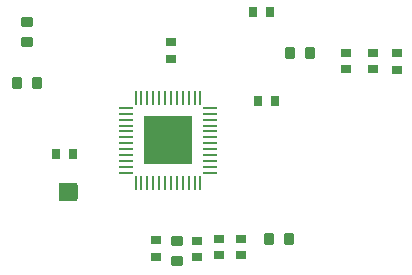
<source format=gtp>
G04*
G04 #@! TF.GenerationSoftware,Altium Limited,Altium Designer,22.7.1 (60)*
G04*
G04 Layer_Color=8421504*
%FSLAX25Y25*%
%MOIN*%
G70*
G04*
G04 #@! TF.SameCoordinates,6B1A839A-61CB-4D6D-ABE2-456D9947CFF6*
G04*
G04*
G04 #@! TF.FilePolarity,Positive*
G04*
G01*
G75*
%ADD18R,0.06299X0.06299*%
G04:AMPARAMS|DCode=19|XSize=39.37mil|YSize=35.43mil|CornerRadius=4.43mil|HoleSize=0mil|Usage=FLASHONLY|Rotation=270.000|XOffset=0mil|YOffset=0mil|HoleType=Round|Shape=RoundedRectangle|*
%AMROUNDEDRECTD19*
21,1,0.03937,0.02657,0,0,270.0*
21,1,0.03051,0.03543,0,0,270.0*
1,1,0.00886,-0.01329,-0.01526*
1,1,0.00886,-0.01329,0.01526*
1,1,0.00886,0.01329,0.01526*
1,1,0.00886,0.01329,-0.01526*
%
%ADD19ROUNDEDRECTD19*%
%ADD20R,0.02500X0.05000*%
%ADD21O,0.00984X0.04724*%
G04:AMPARAMS|DCode=22|XSize=39.37mil|YSize=35.43mil|CornerRadius=4.43mil|HoleSize=0mil|Usage=FLASHONLY|Rotation=0.000|XOffset=0mil|YOffset=0mil|HoleType=Round|Shape=RoundedRectangle|*
%AMROUNDEDRECTD22*
21,1,0.03937,0.02657,0,0,0.0*
21,1,0.03051,0.03543,0,0,0.0*
1,1,0.00886,0.01526,-0.01329*
1,1,0.00886,-0.01526,-0.01329*
1,1,0.00886,-0.01526,0.01329*
1,1,0.00886,0.01526,0.01329*
%
%ADD22ROUNDEDRECTD22*%
%ADD23O,0.04724X0.00984*%
%ADD24R,0.16142X0.16142*%
%ADD25R,0.03740X0.02953*%
%ADD26R,0.02953X0.03740*%
D18*
X392596Y286163D02*
D03*
D19*
X375654Y322669D02*
D03*
X382347D02*
D03*
X466347Y270756D02*
D03*
X459654D02*
D03*
X466653Y332500D02*
D03*
X473347D02*
D03*
D20*
X391368Y286163D02*
D03*
X394611D02*
D03*
D21*
X425016Y289425D02*
D03*
X436827Y317575D02*
D03*
X434858D02*
D03*
X432890D02*
D03*
X430921D02*
D03*
X428953D02*
D03*
X426984D02*
D03*
X425016D02*
D03*
X423047D02*
D03*
X421079D02*
D03*
X419110D02*
D03*
X417142D02*
D03*
X415173D02*
D03*
Y289425D02*
D03*
X417142D02*
D03*
X419110D02*
D03*
X421079D02*
D03*
X423047D02*
D03*
X426984D02*
D03*
X428953D02*
D03*
X430921D02*
D03*
X432890D02*
D03*
X434858D02*
D03*
X436827D02*
D03*
D22*
X428953Y269847D02*
D03*
X379000Y342834D02*
D03*
Y336141D02*
D03*
X428953Y263154D02*
D03*
D23*
X440075Y292673D02*
D03*
Y294642D02*
D03*
Y296610D02*
D03*
Y298579D02*
D03*
Y300547D02*
D03*
Y302516D02*
D03*
Y304484D02*
D03*
Y306453D02*
D03*
Y308421D02*
D03*
Y310390D02*
D03*
Y312358D02*
D03*
Y314327D02*
D03*
X411925D02*
D03*
Y312358D02*
D03*
Y310390D02*
D03*
Y308421D02*
D03*
Y306453D02*
D03*
Y304484D02*
D03*
Y302516D02*
D03*
Y300547D02*
D03*
Y298579D02*
D03*
Y296610D02*
D03*
Y294642D02*
D03*
Y292673D02*
D03*
D24*
X426000Y303500D02*
D03*
D25*
X502319Y332500D02*
D03*
Y326988D02*
D03*
X494319Y332756D02*
D03*
Y327244D02*
D03*
X485319Y332756D02*
D03*
Y327244D02*
D03*
X450500Y265244D02*
D03*
Y270756D02*
D03*
X443000Y265244D02*
D03*
Y270756D02*
D03*
X427000Y330744D02*
D03*
Y336256D02*
D03*
X422000Y270256D02*
D03*
Y264744D02*
D03*
X435719Y264462D02*
D03*
Y269973D02*
D03*
D26*
X454365Y346296D02*
D03*
X459877D02*
D03*
X461516Y316500D02*
D03*
X456004D02*
D03*
X388744Y299000D02*
D03*
X394256D02*
D03*
M02*

</source>
